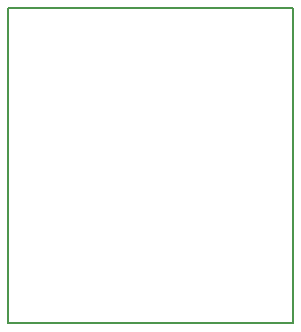
<source format=gbr>
G04 #@! TF.FileFunction,Profile,NP*
%FSLAX46Y46*%
G04 Gerber Fmt 4.6, Leading zero omitted, Abs format (unit mm)*
G04 Created by KiCad (PCBNEW 4.0.6) date Thu Jan  4 19:01:03 2018*
%MOMM*%
%LPD*%
G01*
G04 APERTURE LIST*
%ADD10C,0.100000*%
%ADD11C,0.150000*%
G04 APERTURE END LIST*
D10*
D11*
X136525000Y-104775000D02*
X136525000Y-78105000D01*
X160655000Y-104775000D02*
X136525000Y-104775000D01*
X160655000Y-78105000D02*
X160655000Y-104775000D01*
X136525000Y-78105000D02*
X160655000Y-78105000D01*
M02*

</source>
